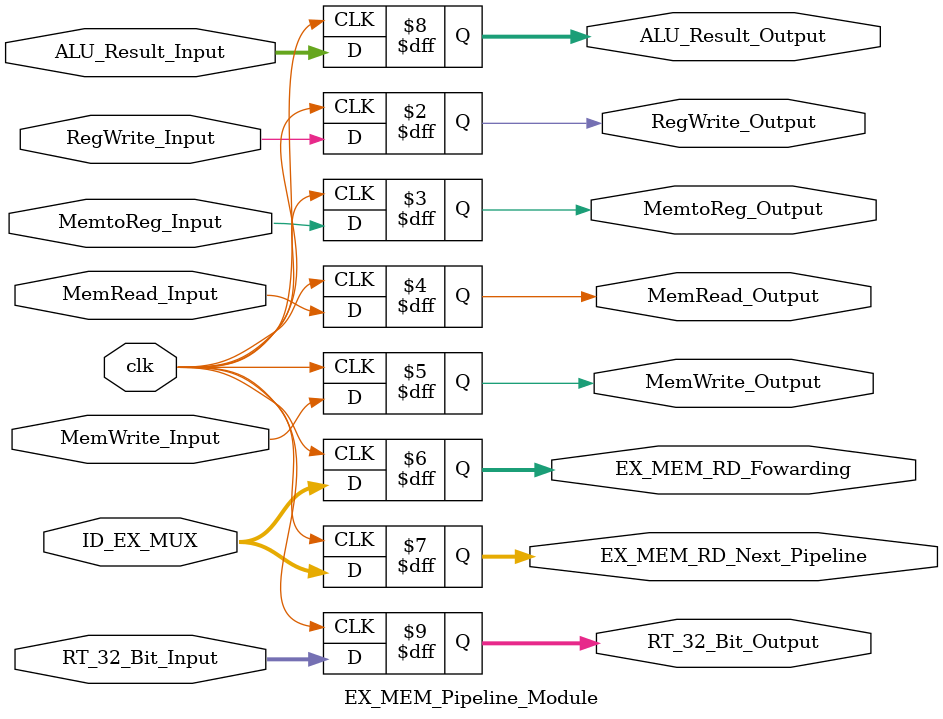
<source format=v>
module EX_MEM_Pipeline_Module ( RT_32_Bit_Output, RegWrite_Output, MemtoReg_Output, MemRead_Output, MemWrite_Output, EX_MEM_RD_Fowarding, EX_MEM_RD_Next_Pipeline,ALU_Result_Output,RegWrite_Input, MemtoReg_Input, MemRead_Input, MemWrite_Input, ID_EX_MUX, ALU_Result_Input, clk, RT_32_Bit_Input );

//
output reg RegWrite_Output, MemtoReg_Output, MemRead_Output, MemWrite_Output;

output reg [4:0] EX_MEM_RD_Fowarding, EX_MEM_RD_Next_Pipeline;

output reg [31:0] ALU_Result_Output;

output reg [31:0] RT_32_Bit_Output;

input RegWrite_Input, MemtoReg_Input, MemRead_Input, MemWrite_Input;

input [4:0] ID_EX_MUX;

input [31:0] ALU_Result_Input;

input [31:0] RT_32_Bit_Input;

input clk;

always@(posedge clk)

begin

	RegWrite_Output = RegWrite_Input;
	MemtoReg_Output = MemtoReg_Input;
	MemRead_Output = MemRead_Input;
	MemWrite_Output = MemWrite_Input;
	EX_MEM_RD_Fowarding = ID_EX_MUX;
	EX_MEM_RD_Next_Pipeline = ID_EX_MUX;
	ALU_Result_Output = ALU_Result_Input;
	RT_32_Bit_Output = RT_32_Bit_Input;



end

endmodule
</source>
